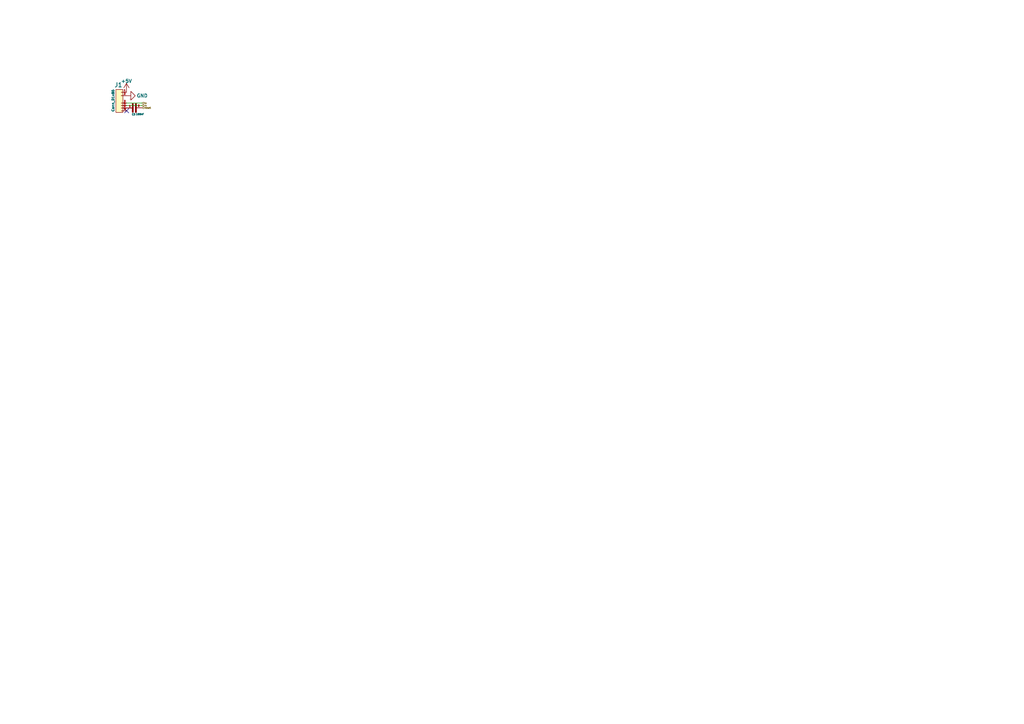
<source format=kicad_sch>
(kicad_sch (version 20211123) (generator eeschema)
  (paper "A4")
  (lib_symbols
    (symbol "Mylib:Connector"
      (property "Reference" "J1" (at 1.8796 5.2832 0))
      (property "Value" "Connector" (at -4.0132 5.2832 0))
      (symbol "Connector_0_1"
        (rectangle (start -1.016 3.556) (end 1.016 -3.048) (fill (type background)))
        (rectangle (start 0.4826 1.8542) (end 0.9906 1.7272) (stroke (width 0.001)))
        (rectangle (start 0.508 -1.7272) (end 1.016 -1.8542) (stroke (width 0.001)))
        (rectangle (start 0.508 -1.016) (end 1.016 -1.143) (stroke (width 0.001)))
        (rectangle (start 0.508 -0.3048) (end 1.016 -0.4318) (stroke (width 0.001)))
        (rectangle (start 0.508 2.8448) (end 1.016 2.7178) (stroke (width 0.001)))
        (rectangle (start 0.5588 -2.54) (end 1.0668 -2.667) (stroke (width 0.001)))
      )
      (symbol "Connector_1_1"
        (pin passive line (at 2.032 2.794 180) (length 1) (name "") (number "1"))
        (pin passive line (at 2.032 1.778 180) (length 1) (name "") (number "2"))
        (pin passive line (at 2.032 -0.3556 180) (length 1) (name "") (number "3"))
        (pin passive line (at 2.032 -1.0668 180) (length 1) (name "") (number "4"))
        (pin passive line (at 2.032 -1.778 180) (length 1) (name "") (number "5"))
        (pin passive line (at 2.0828 -2.5908 180) (length 1) (name "") (number "6"))
      )
    )
    (symbol "Mylib:ca"
      (property "Reference" "C" (at 1.8796 4.9784 0))
      (property "Value" "ca" (at -1.27 5.08 0))
      (symbol "ca_0_1"
        (rectangle (start -1.27 0) (end -1.27 0))
        (rectangle (start -1.27 2.54) (end -1.27 2.54))
        (polyline (pts (xy -1.27 -2.54) (xy -1.27 -2.54)))
        (polyline (pts (xy -0.4572 1.1176) (xy -0.4572 -1.1684)) (stroke (width 0.5)) (fill (type background)))
        (polyline (pts (xy 0.4572 1.1176) (xy 0.4572 -1.2192)) (stroke (width 0.5)) (fill (type background)))
      )
      (symbol "ca_1_1"
        (pin passive line (at -2.286 -0.0508 0) (length 2) (name "~") (number "1"))
        (pin passive line (at 2.286 0 180) (length 2) (name "~") (number "2"))
      )
    )
    (symbol "power:+5V" (power) (pin_names (offset 0))
      (property "Value" "+5V" (at 0 3.556 0))
      (symbol "+5V_0_1"
        (polyline (pts (xy -0.762 1.27) (xy 0 2.54)))
        (polyline (pts (xy 0 0) (xy 0 2.54)))
        (polyline (pts (xy 0 2.54) (xy 0.762 1.27)))
      )
      (symbol "+5V_1_1"
        (pin power_in line (at 0 0 90) (length 0) hide (name "+5V") (number "1"))
      )
    )
    (symbol "power:GND" (power) (pin_names (offset 0))
      (property "Value" "GND" (at 0 -3.81 0))
      (symbol "GND_0_1"
        (polyline (pts (xy 0 0) (xy 0 -1.27) (xy 1.27 -1.27) (xy 0 -2.54) (xy -1.27 -1.27) (xy 0 -1.27)))
      )
      (symbol "GND_1_1"
        (pin power_in line (at 0 0 270) (length 0) hide (name "GND") (number "1"))
      )
    )
  )
  (no_connect (at 36.7284 32.131))
  (wire (pts (xy 36.6776 29.8958) (xy 41.1988 29.8958)))
  (wire (pts (xy 36.6776 30.607) (xy 41.1988 30.607)))
  (hierarchical_label "tx" (shape input) (at 41.1988 29.8958 0) (effects (font (size 0.5 0.5))))
  (hierarchical_label "rx" (shape input) (at 41.1988 30.607 0) (effects (font (size 0.5 0.5))))
  (hierarchical_label "reset" (shape input) (at 41.2496 31.2674 0) (effects (font (size 0.5 0.5))))
  (symbol (lib_id "Mylib:ca") (at 38.9636 31.2674 0) (unit 1)
    (property "Reference" "C3" (at 38.735 33.1724 0) (effects (font (size 0.5 0.5))))
    (property "Value" "100nF" (at 40.5892 33.1216 0) (effects (font (size 0.5 0.5))))
    (property "Footprint" "Footprint_lib:Capacitor" (effects hide))
  )
  (symbol (lib_id "Mylib:Connector") (at 34.6456 29.5402 0) (unit 1)
    (property "Reference" "J1" (at 34.3408 24.638 0))
    (property "Value" "Conn_01x86" (at 32.7914 29.1592 90) (effects (font (size 0.7 0.7))))
    (property "Footprint" "Footprint_lib:connector" (effects hide))
  )
  (symbol (lib_id "power:+5V") (at 36.6776 26.7462 0) (unit 1)
    (property "Reference" "#PWR0116" (effects hide))
    (property "Value" "+5V" (at 36.6776 23.5204 0) (effects (font (size 1 1))))
  )
  (symbol (lib_id "power:GND") (at 36.6776 27.7622 90) (unit 1)
    (property "Reference" "#PWR0117" (effects hide))
    (property "Value" "GND" (at 39.624 27.7622 90) (effects (font (size 1 1)) (justify right)))
  )
)
</source>
